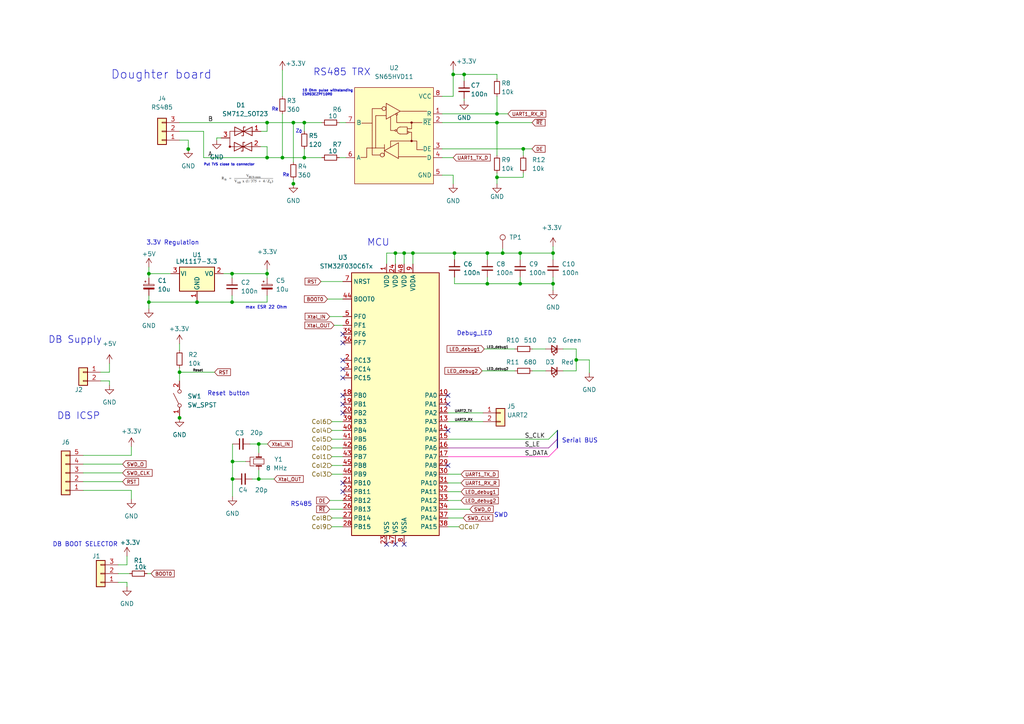
<source format=kicad_sch>
(kicad_sch (version 20230121) (generator eeschema)
  (paper "A4")
  (lib_symbols
    (symbol "Connector:TestPoint" (pin_numbers hide) (pin_names (offset 0.762) hide)
      (property "Reference" "TP" (at 0 6.858 0))
      (property "Value" "TestPoint" (at 0 5.08 0))
      (symbol "TestPoint_0_1"
        (circle (center 0 3.302) (radius 0.762))
      )
      (symbol "TestPoint_1_1"
        (pin passive line (at 0 0 90) (length 2.54) (name "1") (number "1"))
      )
    )
    (symbol "Connector_Generic:Conn_01x02" (pin_names (offset 1.016) hide)
      (property "Reference" "J" (at 0 2.54 0))
      (property "Value" "Conn_01x02" (at 0 -5.08 0))
      (symbol "Conn_01x02_1_1"
        (rectangle (start -1.27 -2.413) (end 0 -2.667) (stroke (width 0.1524)))
        (rectangle (start -1.27 0.127) (end 0 -0.127) (stroke (width 0.1524)))
        (rectangle (start -1.27 1.27) (end 1.27 -3.81) (stroke (width 0.254)) (fill (type background)))
        (pin passive line (at -5.08 0 0) (length 3.81) (name "Pin_1") (number "1"))
        (pin passive line (at -5.08 -2.54 0) (length 3.81) (name "Pin_2") (number "2"))
      )
    )
    (symbol "Connector_Generic:Conn_01x03" (pin_names (offset 1.016) hide)
      (property "Reference" "J" (at 0 5.08 0))
      (property "Value" "Conn_01x03" (at 0 -5.08 0))
      (symbol "Conn_01x03_1_1"
        (rectangle (start -1.27 -2.413) (end 0 -2.667) (stroke (width 0.1524)))
        (rectangle (start -1.27 0.127) (end 0 -0.127) (stroke (width 0.1524)))
        (rectangle (start -1.27 2.667) (end 0 2.413) (stroke (width 0.1524)))
        (rectangle (start -1.27 3.81) (end 1.27 -3.81) (stroke (width 0.254)) (fill (type background)))
        (pin passive line (at -5.08 2.54 0) (length 3.81) (name "Pin_1") (number "1"))
        (pin passive line (at -5.08 0 0) (length 3.81) (name "Pin_2") (number "2"))
        (pin passive line (at -5.08 -2.54 0) (length 3.81) (name "Pin_3") (number "3"))
      )
    )
    (symbol "Connector_Generic:Conn_01x05" (pin_names (offset 1.016) hide)
      (property "Reference" "J" (at 0 7.62 0))
      (property "Value" "Conn_01x05" (at 0 -7.62 0))
      (symbol "Conn_01x05_1_1"
        (rectangle (start -1.27 -4.953) (end 0 -5.207) (stroke (width 0.1524)))
        (rectangle (start -1.27 -2.413) (end 0 -2.667) (stroke (width 0.1524)))
        (rectangle (start -1.27 0.127) (end 0 -0.127) (stroke (width 0.1524)))
        (rectangle (start -1.27 2.667) (end 0 2.413) (stroke (width 0.1524)))
        (rectangle (start -1.27 5.207) (end 0 4.953) (stroke (width 0.1524)))
        (rectangle (start -1.27 6.35) (end 1.27 -6.35) (stroke (width 0.254)) (fill (type background)))
        (pin passive line (at -5.08 5.08 0) (length 3.81) (name "Pin_1") (number "1"))
        (pin passive line (at -5.08 2.54 0) (length 3.81) (name "Pin_2") (number "2"))
        (pin passive line (at -5.08 0 0) (length 3.81) (name "Pin_3") (number "3"))
        (pin passive line (at -5.08 -2.54 0) (length 3.81) (name "Pin_4") (number "4"))
        (pin passive line (at -5.08 -5.08 0) (length 3.81) (name "Pin_5") (number "5"))
      )
    )
    (symbol "Device:C_Polarized_Small" (pin_numbers hide) (pin_names (offset 0.254) hide)
      (property "Reference" "C" (at 0.254 1.778 0))
      (property "Value" "C_Polarized_Small" (at 0.254 -2.032 0))
      (symbol "C_Polarized_Small_0_1"
        (rectangle (start -1.524 -0.3048) (end 1.524 -0.6858) (fill (type outline)))
        (rectangle (start -1.524 0.6858) (end 1.524 0.3048))
        (polyline (pts (xy -1.27 1.524) (xy -0.762 1.524)))
        (polyline (pts (xy -1.016 1.27) (xy -1.016 1.778)))
      )
      (symbol "C_Polarized_Small_1_1"
        (pin passive line (at 0 2.54 270) (length 1.8542) (name "~") (number "1"))
        (pin passive line (at 0 -2.54 90) (length 1.8542) (name "~") (number "2"))
      )
    )
    (symbol "Device:C_Small" (pin_numbers hide) (pin_names (offset 0.254) hide)
      (property "Reference" "C" (at 0.254 1.778 0))
      (property "Value" "C_Small" (at 0.254 -2.032 0))
      (symbol "C_Small_0_1"
        (polyline (pts (xy -1.524 -0.508) (xy 1.524 -0.508)) (stroke (width 0.3302)))
        (polyline (pts (xy -1.524 0.508) (xy 1.524 0.508)) (stroke (width 0.3048)))
      )
      (symbol "C_Small_1_1"
        (pin passive line (at 0 2.54 270) (length 2.032) (name "~") (number "1"))
        (pin passive line (at 0 -2.54 90) (length 2.032) (name "~") (number "2"))
      )
    )
    (symbol "Device:Crystal_Small" (pin_numbers hide) (pin_names (offset 1.016) hide)
      (property "Reference" "Y301" (at 2.54 1.2701 90))
      (property "Value" "Crystal_Small" (at 6.35 5.08 90))
      (symbol "Crystal_Small_0_1"
        (rectangle (start -0.762 -1.524) (end 0.762 1.524))
        (polyline (pts (xy -1.27 -0.762) (xy -1.27 0.762)) (stroke (width 0.381)))
        (polyline (pts (xy 1.27 -0.762) (xy 1.27 0.762)) (stroke (width 0.381)))
        (polyline (pts (xy -1.27 -1.27) (xy -1.27 -2.54) (xy 1.27 -2.54) (xy 1.27 -1.27)))
      )
      (symbol "Crystal_Small_1_1"
        (pin passive line (at -2.54 0 0) (length 1.27) (name "1") (number "1"))
        (pin passive line (at 0 -3.81 90) (length 1.27) hide (name "GND") (number "2"))
        (pin passive line (at 2.54 0 180) (length 1.27) (name "3") (number "3"))
        (pin passive line (at 0 -3.81 90) (length 1.27) (name "GND") (number "4"))
      )
    )
    (symbol "Device:LED_Small" (pin_numbers hide) (pin_names (offset 0.254) hide)
      (property "Reference" "D" (at -1.27 3.175 0))
      (property "Value" "LED_Small" (at -4.445 -2.54 0))
      (symbol "LED_Small_0_1"
        (polyline (pts (xy -0.762 -1.016) (xy -0.762 1.016)) (stroke (width 0.254)))
        (polyline (pts (xy 1.016 0) (xy -0.762 0)))
        (polyline (pts (xy 0.762 -1.016) (xy -0.762 0) (xy 0.762 1.016) (xy 0.762 -1.016)) (stroke (width 0.254)))
        (polyline (pts (xy 0 0.762) (xy -0.508 1.27) (xy -0.254 1.27) (xy -0.508 1.27) (xy -0.508 1.016)))
        (polyline (pts (xy 0.508 1.27) (xy 0 1.778) (xy 0.254 1.778) (xy 0 1.778) (xy 0 1.524)))
      )
      (symbol "LED_Small_1_1"
        (pin passive line (at -2.54 0 0) (length 1.778) (name "K") (number "1"))
        (pin passive line (at 2.54 0 180) (length 1.778) (name "A") (number "2"))
      )
    )
    (symbol "Device:R_Small" (pin_numbers hide) (pin_names (offset 0.254) hide)
      (property "Reference" "R" (at 0.762 0.508 0))
      (property "Value" "R_Small" (at 0.762 -1.016 0))
      (symbol "R_Small_0_1"
        (rectangle (start -0.762 1.778) (end 0.762 -1.778) (stroke (width 0.2032)))
      )
      (symbol "R_Small_1_1"
        (pin passive line (at 0 2.54 270) (length 0.762) (name "~") (number "1"))
        (pin passive line (at 0 -2.54 90) (length 0.762) (name "~") (number "2"))
      )
    )
    (symbol "MCU_ST_STM32F0:STM32F030C6Tx"
      (property "Reference" "U" (at -12.7 39.37 0))
      (property "Value" "STM32F030C6Tx" (at 7.62 39.37 0))
      (symbol "STM32F030C6Tx_0_1"
        (rectangle (start -12.7 -38.1) (end 12.7 38.1) (stroke (width 0.254)) (fill (type background)))
      )
      (symbol "STM32F030C6Tx_1_1"
        (pin power_in line (at -2.54 40.64 270) (length 2.54) (name "VDD") (number "1"))
        (pin bidirectional line (at 15.24 2.54 180) (length 2.54) (name "PA0") (number "10"))
        (pin bidirectional line (at 15.24 0 180) (length 2.54) (name "PA1") (number "11"))
        (pin bidirectional line (at 15.24 -2.54 180) (length 2.54) (name "PA2") (number "12"))
        (pin bidirectional line (at 15.24 -5.08 180) (length 2.54) (name "PA3") (number "13"))
        (pin bidirectional line (at 15.24 -7.62 180) (length 2.54) (name "PA4") (number "14"))
        (pin bidirectional line (at 15.24 -10.16 180) (length 2.54) (name "PA5") (number "15"))
        (pin bidirectional line (at 15.24 -12.7 180) (length 2.54) (name "PA6") (number "16"))
        (pin bidirectional line (at 15.24 -15.24 180) (length 2.54) (name "PA7") (number "17"))
        (pin bidirectional line (at -15.24 2.54 0) (length 2.54) (name "PB0") (number "18"))
        (pin bidirectional line (at -15.24 0 0) (length 2.54) (name "PB1") (number "19"))
        (pin bidirectional line (at -15.24 12.7 0) (length 2.54) (name "PC13") (number "2"))
        (pin bidirectional line (at -15.24 -2.54 0) (length 2.54) (name "PB2") (number "20"))
        (pin bidirectional line (at -15.24 -22.86 0) (length 2.54) (name "PB10") (number "21"))
        (pin bidirectional line (at -15.24 -25.4 0) (length 2.54) (name "PB11") (number "22"))
        (pin power_in line (at -2.54 -40.64 90) (length 2.54) (name "VSS") (number "23"))
        (pin power_in line (at 0 40.64 270) (length 2.54) (name "VDD") (number "24"))
        (pin bidirectional line (at -15.24 -27.94 0) (length 2.54) (name "PB12") (number "25"))
        (pin bidirectional line (at -15.24 -30.48 0) (length 2.54) (name "PB13") (number "26"))
        (pin bidirectional line (at -15.24 -33.02 0) (length 2.54) (name "PB14") (number "27"))
        (pin bidirectional line (at -15.24 -35.56 0) (length 2.54) (name "PB15") (number "28"))
        (pin bidirectional line (at 15.24 -17.78 180) (length 2.54) (name "PA8") (number "29"))
        (pin bidirectional line (at -15.24 10.16 0) (length 2.54) (name "PC14") (number "3"))
        (pin bidirectional line (at 15.24 -20.32 180) (length 2.54) (name "PA9") (number "30"))
        (pin bidirectional line (at 15.24 -22.86 180) (length 2.54) (name "PA10") (number "31"))
        (pin bidirectional line (at 15.24 -25.4 180) (length 2.54) (name "PA11") (number "32"))
        (pin bidirectional line (at 15.24 -27.94 180) (length 2.54) (name "PA12") (number "33"))
        (pin bidirectional line (at 15.24 -30.48 180) (length 2.54) (name "PA13") (number "34"))
        (pin bidirectional line (at -15.24 20.32 0) (length 2.54) (name "PF6") (number "35"))
        (pin bidirectional line (at -15.24 17.78 0) (length 2.54) (name "PF7") (number "36"))
        (pin bidirectional line (at 15.24 -33.02 180) (length 2.54) (name "PA14") (number "37"))
        (pin bidirectional line (at 15.24 -35.56 180) (length 2.54) (name "PA15") (number "38"))
        (pin bidirectional line (at -15.24 -5.08 0) (length 2.54) (name "PB3") (number "39"))
        (pin bidirectional line (at -15.24 7.62 0) (length 2.54) (name "PC15") (number "4"))
        (pin bidirectional line (at -15.24 -7.62 0) (length 2.54) (name "PB4") (number "40"))
        (pin bidirectional line (at -15.24 -10.16 0) (length 2.54) (name "PB5") (number "41"))
        (pin bidirectional line (at -15.24 -12.7 0) (length 2.54) (name "PB6") (number "42"))
        (pin bidirectional line (at -15.24 -15.24 0) (length 2.54) (name "PB7") (number "43"))
        (pin input line (at -15.24 30.48 0) (length 2.54) (name "BOOT0") (number "44"))
        (pin bidirectional line (at -15.24 -17.78 0) (length 2.54) (name "PB8") (number "45"))
        (pin bidirectional line (at -15.24 -20.32 0) (length 2.54) (name "PB9") (number "46"))
        (pin power_in line (at 0 -40.64 90) (length 2.54) (name "VSS") (number "47"))
        (pin power_in line (at 2.54 40.64 270) (length 2.54) (name "VDD") (number "48"))
        (pin input line (at -15.24 25.4 0) (length 2.54) (name "PF0") (number "5"))
        (pin input line (at -15.24 22.86 0) (length 2.54) (name "PF1") (number "6"))
        (pin input line (at -15.24 35.56 0) (length 2.54) (name "NRST") (number "7"))
        (pin power_in line (at 2.54 -40.64 90) (length 2.54) (name "VSSA") (number "8"))
        (pin power_in line (at 5.08 40.64 270) (length 2.54) (name "VDDA") (number "9"))
      )
    )
    (symbol "Regulator_Linear:LM1117-3.3" (pin_names (offset 0.254))
      (property "Reference" "U302" (at 0 7.62 0))
      (property "Value" "LM1117-3.3" (at 0 5.08 0))
      (symbol "LM1117-3.3_0_1"
        (rectangle (start -5.08 -5.08) (end 5.08 1.905) (stroke (width 0.254)) (fill (type background)))
      )
      (symbol "LM1117-3.3_1_1"
        (pin power_in line (at 0 -7.62 90) (length 2.54) (name "GND") (number "1"))
        (pin power_out line (at 7.62 0 180) (length 2.54) (name "VO") (number "2"))
        (pin power_in line (at -7.62 0 0) (length 2.54) (name "VI") (number "3"))
        (pin power_out line (at 7.62 0 180) (length 2.54) hide (name "VO") (number "4"))
      )
    )
    (symbol "SM712_SOT23_1" (pin_names (offset 1.016) hide)
      (property "Reference" "D?" (at -0.2032 6.858 0))
      (property "Value" "SM712_SOT23_1" (at -0.2032 8.5344 0))
      (symbol "SM712_SOT23_1_0_1"
        (polyline (pts (xy 0 0) (xy 6.35 0)))
        (polyline (pts (xy 0 4.4704) (xy 0 0)))
        (polyline (pts (xy 6.477 4.445) (xy 0 4.4704)))
        (polyline (pts (xy 3.429 3.175) (xy 3.937 3.175) (xy 3.937 5.715) (xy 4.445 5.715)) (stroke (width 0.2032)))
        (polyline (pts (xy 4.318 1.27) (xy 3.81 1.27) (xy 3.81 -1.27) (xy 3.302 -1.27)) (stroke (width 0.2032)))
        (polyline (pts (xy 1.27 -1.27) (xy 1.27 1.27) (xy 6.35 -1.27) (xy 6.35 1.27) (xy 1.27 -1.27)) (stroke (width 0.2032)))
        (polyline (pts (xy 6.477 5.715) (xy 1.397 3.175) (xy 1.397 5.715) (xy 6.477 3.175) (xy 6.477 5.715)) (stroke (width 0.2032)))
        (circle (center 0 0) (radius 0.254) (fill (type outline)))
      )
      (symbol "SM712_SOT23_1_1_1"
        (pin passive line (at 9.017 4.445 180) (length 2.54) (name "A1") (number "1"))
        (pin passive line (at 8.89 0 180) (length 2.54) (name "A2") (number "2"))
        (pin input line (at -2.54 2.54 0) (length 2.54) (name "common") (number "3"))
      )
    )
    (symbol "SN65HVD11:SN65HVD11"
      (property "Reference" "U" (at 0 19.431 0))
      (property "Value" "SN65HVD11" (at 0 17.78 0))
      (symbol "SN65HVD11_0_1"
        (rectangle (start -10.16 15.24) (end 12.7 -12.7) (fill (type background)))
        (circle (center -2.159 -4.318) (radius 0.568))
        (circle (center -1.651 9.144) (radius 0.568))
        (polyline (pts (xy -5.08 2.794) (xy -5.08 4.9276)))
        (polyline (pts (xy -4.064 -2.286) (xy -1.524 -2.286)))
        (polyline (pts (xy -1.524 -1.27) (xy -1.524 -4.572)))
        (polyline (pts (xy -1.016 6.096) (xy 3.048 8.382)))
        (polyline (pts (xy -1.016 10.668) (xy -1.016 6.096)))
        (polyline (pts (xy -1.016 10.668) (xy 3.048 8.382)))
        (polyline (pts (xy 2.54 -5.334) (xy -1.524 -3.048)))
        (polyline (pts (xy 2.54 -5.334) (xy 2.54 -0.762)))
        (polyline (pts (xy 2.54 -0.762) (xy -1.524 -3.048)))
        (polyline (pts (xy 3.048 8.382) (xy 10.7724 8.3788)))
        (polyline (pts (xy 10.668 -4.826) (xy 2.54 -4.826)))
        (polyline (pts (xy -6.6548 -2.286) (xy -6.6548 -5.0292) (xy -8.382 -5.0292)))
        (polyline (pts (xy -5.08 2.794) (xy -5.08 -4.318) (xy -2.794 -4.318)))
        (polyline (pts (xy 1.524 2.794) (xy 0.254 2.794) (xy 0.254 6.731)))
        (polyline (pts (xy 5.08 3.302) (xy 6.35 3.302) (xy 6.35 5.08)))
        (polyline (pts (xy 5.588 2.286) (xy 6.35 2.286) (xy 6.35 -0.254)))
        (polyline (pts (xy 9.398 5.08) (xy 2.032 5.08) (xy 2.032 7.239)))
        (polyline (pts (xy -8.128 4.9276) (xy -5.08 4.9276) (xy -5.08 9.144) (xy -2.286 9.144)))
        (polyline (pts (xy -1.016 7.112) (xy -4.064 7.112) (xy -4.064 -2.286) (xy -6.604 -2.286)))
        (polyline (pts (xy 3.048 3.81) (xy 5.08 3.81) (xy 5.08 1.778) (xy 3.048 1.778)))
        (polyline (pts (xy 0.254 -2.032) (xy 0.254 -0.254) (xy 7.874 -0.254) (xy 7.874 -2.794) (xy 9.652 -2.794)))
        (circle (center 1.778 2.794) (radius 0.254))
        (circle (center 2.032 7.493) (radius 0.254))
        (arc (start 3.048 3.81) (mid 2.1095 2.794) (end 3.048 1.778))
        (circle (center 5.334 2.286) (radius 0.254))
        (circle (center 6.35 -0.254) (radius 0.254) (fill (type outline)))
        (circle (center 6.35 5.08) (radius 0.254) (fill (type outline)))
      )
      (symbol "SN65HVD11_1_1"
        (pin output line (at 15.24 7.62 180) (length 2.54) (name "R") (number "1"))
        (pin input line (at 15.24 5.08 180) (length 2.54) (name "~{RE}") (number "2"))
        (pin input line (at 15.24 -2.54 180) (length 2.54) (name "DE") (number "3"))
        (pin input line (at 15.24 -5.08 180) (length 2.54) (name "D") (number "4"))
        (pin passive line (at 15.24 -10.16 180) (length 2.54) (name "GND") (number "5"))
        (pin bidirectional line (at -12.7 -5.08 0) (length 2.54) (name "A") (number "6"))
        (pin bidirectional line (at -12.7 5.08 0) (length 2.54) (name "B") (number "7"))
        (pin power_in line (at 15.24 12.7 180) (length 2.54) (name "VCC") (number "8"))
      )
    )
    (symbol "Switch:SW_SPST" (pin_names (offset 0) hide)
      (property "Reference" "SW" (at 0 3.175 0))
      (property "Value" "SW_SPST" (at 0 -2.54 0))
      (symbol "SW_SPST_0_0"
        (circle (center -2.032 0) (radius 0.508))
        (polyline (pts (xy -1.524 0.254) (xy 1.524 1.778)))
        (circle (center 2.032 0) (radius 0.508))
      )
      (symbol "SW_SPST_1_1"
        (pin passive line (at -5.08 0 0) (length 2.54) (name "A") (number "1"))
        (pin passive line (at 5.08 0 180) (length 2.54) (name "B") (number "2"))
      )
    )
    (symbol "power:+3.3V" (power) (pin_names (offset 0))
      (property "Value" "+3.3V" (at 0 3.556 0))
      (symbol "+3.3V_0_1"
        (polyline (pts (xy -0.762 1.27) (xy 0 2.54)))
        (polyline (pts (xy 0 0) (xy 0 2.54)))
        (polyline (pts (xy 0 2.54) (xy 0.762 1.27)))
      )
      (symbol "+3.3V_1_1"
        (pin power_in line (at 0 0 90) (length 0) hide (name "+3.3V") (number "1"))
      )
    )
    (symbol "power:+5V" (power) (pin_names (offset 0))
      (property "Value" "+5V" (at 0 3.556 0))
      (symbol "+5V_0_1"
        (polyline (pts (xy -0.762 1.27) (xy 0 2.54)))
        (polyline (pts (xy 0 0) (xy 0 2.54)))
        (polyline (pts (xy 0 2.54) (xy 0.762 1.27)))
      )
      (symbol "+5V_1_1"
        (pin power_in line (at 0 0 90) (length 0) hide (name "+5V") (number "1"))
      )
    )
    (symbol "power:GND" (power) (pin_names (offset 0))
      (property "Value" "GND" (at 0 -3.81 0))
      (symbol "GND_0_1"
        (polyline (pts (xy 0 0) (xy 0 -1.27) (xy 1.27 -1.27) (xy 0 -2.54) (xy -1.27 -1.27) (xy 0 -1.27)))
      )
      (symbol "GND_1_1"
        (pin power_in line (at 0 0 270) (length 0) hide (name "GND") (number "1"))
      )
    )
  )
  (junction (at 114.681 73.406))
  (junction (at 119.761 73.406))
  (junction (at 77.47 45.72))
  (junction (at 144.145 51.435))
  (junction (at 167.132 104.394))
  (junction (at 150.876 73.406))
  (junction (at 52.07 121.198))
  (junction (at 145.796 73.406))
  (junction (at 131.826 73.406))
  (junction (at 52.07 107.95))
  (junction (at 75.057 128.778))
  (junction (at 43.18 79.375))
  (junction (at 67.31 79.375))
  (junction (at 117.221 73.406))
  (junction (at 151.765 43.18))
  (junction (at 85.09 35.56))
  (junction (at 141.351 73.406))
  (junction (at 75.057 138.938))
  (junction (at 134.62 21.59))
  (junction (at 67.437 133.858))
  (junction (at 77.47 79.375))
  (junction (at 85.09 53.2932))
  (junction (at 141.351 82.296))
  (junction (at 88.265 45.72))
  (junction (at 88.265 35.56))
  (junction (at 160.401 82.296))
  (junction (at 67.437 138.938))
  (junction (at 54.61 43.2381))
  (junction (at 81.915 45.72))
  (junction (at 77.47 35.56))
  (junction (at 144.145 35.56))
  (junction (at 131.445 21.59))
  (junction (at 144.145 33.02))
  (junction (at 57.15 87.63))
  (junction (at 150.876 82.296))
  (junction (at 43.18 87.63))
  (junction (at 160.401 73.406))
  (junction (at 67.31 87.63))
  (no_connect (at 129.921 124.841))
  (no_connect (at 99.441 117.221))
  (no_connect (at 99.441 107.061))
  (no_connect (at 99.441 96.901))
  (no_connect (at 129.921 135.001))
  (no_connect (at 117.221 157.861))
  (no_connect (at 129.921 117.221))
  (no_connect (at 99.441 140.081))
  (no_connect (at 112.141 157.861))
  (no_connect (at 99.441 104.521))
  (no_connect (at 99.441 142.621))
  (no_connect (at 99.441 99.441))
  (no_connect (at 129.921 114.681))
  (no_connect (at 114.681 157.861))
  (no_connect (at 99.441 109.601))
  (no_connect (at 99.441 114.681))
  (no_connect (at 99.441 119.761))
  (bus_entry (at 161.671 127.381) (size -2.54 2.54) (stroke (width 0) (color 132 0 132 1)))
  (bus_entry (at 159.1375 127.381) (size 2.54 -2.54))
  (bus_entry (at 161.671 129.921) (size -2.54 2.54) (stroke (width 0) (color 255 0 176 1)))
  (wire (pts (xy 43.18 79.375) (xy 49.53 79.375)))
  (wire (pts (xy 167.132 107.569) (xy 163.322 107.569)))
  (wire (pts (xy 144.145 33.02) (xy 128.27 33.02)))
  (wire (pts (xy 85.09 53.34) (xy 85.09 53.2932)))
  (wire (pts (xy 151.765 43.18) (xy 151.765 45.085)))
  (wire (pts (xy 150.876 80.391) (xy 150.876 82.296)))
  (wire (pts (xy 129.921 122.301) (xy 140.081 122.301)))
  (wire (pts (xy 52.07 107.95) (xy 62.23 107.95)))
  (wire (pts (xy 145.796 72.136) (xy 145.796 73.406)))
  (wire (pts (xy 95.631 91.821) (xy 99.441 91.821)))
  (wire (pts (xy 129.921 119.761) (xy 140.081 119.761)))
  (wire (pts (xy 129.921 132.461) (xy 159.131 132.461)) (stroke (width 0) (color 255 0 176 1)))
  (wire (pts (xy 85.09 35.56) (xy 85.09 46.99)))
  (wire (pts (xy 112.141 73.406) (xy 114.681 73.406)))
  (wire (pts (xy 117.221 73.406) (xy 119.761 73.406)))
  (wire (pts (xy 43.18 77.47) (xy 43.18 79.375)))
  (wire (pts (xy 131.445 21.59) (xy 131.445 27.94)))
  (wire (pts (xy 77.47 80.645) (xy 77.47 79.375)))
  (wire (pts (xy 131.826 82.296) (xy 141.351 82.296)))
  (wire (pts (xy 67.31 79.375) (xy 67.31 80.645)))
  (wire (pts (xy 144.145 51.435) (xy 151.765 51.435)))
  (wire (pts (xy 31.75 105.41) (xy 31.75 107.95)))
  (wire (pts (xy 170.942 108.111) (xy 170.9148 108.111)))
  (wire (pts (xy 144.145 21.59) (xy 144.145 22.86)))
  (wire (pts (xy 67.437 128.778) (xy 67.437 133.858)))
  (wire (pts (xy 77.47 42.545) (xy 77.47 45.72)))
  (wire (pts (xy 54.61 43.2381) (xy 54.61 40.64)))
  (wire (pts (xy 96.266 152.781) (xy 99.441 152.781)))
  (wire (pts (xy 141.351 80.391) (xy 141.351 82.296)))
  (wire (pts (xy 128.27 50.8) (xy 131.445 50.8)))
  (wire (pts (xy 77.47 45.72) (xy 81.915 45.72)))
  (wire (pts (xy 36.83 170.18) (xy 36.83 168.91)))
  (wire (pts (xy 144.145 35.56) (xy 144.145 45.085)))
  (wire (pts (xy 52.07 38.1) (xy 59.055 38.1)))
  (wire (pts (xy 144.145 51.435) (xy 144.145 53.34)))
  (wire (pts (xy 43.815 166.37) (xy 42.672 166.37)))
  (wire (pts (xy 81.915 33.02) (xy 81.915 45.72)))
  (wire (pts (xy 52.07 99.695) (xy 52.07 101.6)))
  (wire (pts (xy 129.921 129.921) (xy 159.131 129.921)) (stroke (width 0) (color 132 0 132 1)))
  (wire (pts (xy 145.796 73.406) (xy 150.876 73.406)))
  (wire (pts (xy 167.132 104.394) (xy 170.942 104.394)))
  (wire (pts (xy 24.13 139.7) (xy 35.56 139.7)))
  (wire (pts (xy 67.31 87.63) (xy 77.47 87.63)))
  (wire (pts (xy 52.07 35.56) (xy 77.47 35.56)))
  (wire (pts (xy 75.057 128.778) (xy 77.597 128.778)))
  (wire (pts (xy 85.09 53.2932) (xy 85.09 52.07)))
  (wire (pts (xy 144.145 35.56) (xy 154.305 35.56)))
  (wire (pts (xy 98.425 35.56) (xy 100.33 35.56)))
  (wire (pts (xy 141.351 73.406) (xy 141.351 75.311)))
  (wire (pts (xy 114.681 76.581) (xy 114.681 73.406)))
  (wire (pts (xy 167.132 101.219) (xy 167.132 104.394)))
  (wire (pts (xy 38.1 142.24) (xy 38.1 144.78)))
  (wire (pts (xy 72.517 128.778) (xy 75.057 128.778)))
  (bus (pts (xy 161.6775 124.841) (xy 161.6775 127.381)))
  (wire (pts (xy 144.145 33.02) (xy 147.32 33.02)))
  (wire (pts (xy 29.21 110.49) (xy 31.75 110.49)))
  (wire (pts (xy 59.055 38.1) (xy 59.055 45.72)))
  (wire (pts (xy 160.401 82.296) (xy 160.401 84.201)))
  (wire (pts (xy 131.445 50.8) (xy 131.445 53.34)))
  (wire (pts (xy 129.921 127.381) (xy 159.1375 127.381)))
  (wire (pts (xy 160.401 73.406) (xy 160.401 75.311)))
  (wire (pts (xy 134.62 21.59) (xy 144.145 21.59)))
  (wire (pts (xy 96.266 132.461) (xy 99.441 132.461)))
  (wire (pts (xy 96.901 94.361) (xy 99.441 94.361)))
  (wire (pts (xy 98.425 45.72) (xy 100.33 45.72)))
  (wire (pts (xy 133.731 145.161) (xy 129.921 145.161)))
  (wire (pts (xy 96.266 135.001) (xy 99.441 135.001)))
  (wire (pts (xy 144.145 27.94) (xy 144.145 33.02)))
  (wire (pts (xy 38.1 129.54) (xy 38.1 132.08)))
  (wire (pts (xy 114.681 73.406) (xy 117.221 73.406)))
  (wire (pts (xy 170.942 104.394) (xy 170.942 108.111)))
  (wire (pts (xy 54.61 40.64) (xy 52.07 40.64)))
  (wire (pts (xy 24.13 142.24) (xy 38.1 142.24)))
  (wire (pts (xy 131.445 20.32) (xy 131.445 21.59)))
  (wire (pts (xy 133.731 142.621) (xy 129.921 142.621)))
  (wire (pts (xy 93.091 81.661) (xy 99.441 81.661)))
  (wire (pts (xy 128.27 43.18) (xy 151.765 43.18)))
  (wire (pts (xy 57.15 86.995) (xy 57.15 87.63)))
  (wire (pts (xy 67.31 79.375) (xy 77.47 79.375)))
  (wire (pts (xy 96.266 129.921) (xy 99.441 129.921)))
  (wire (pts (xy 67.437 133.858) (xy 67.437 138.938)))
  (wire (pts (xy 96.266 127.381) (xy 99.441 127.381)))
  (wire (pts (xy 112.141 76.581) (xy 112.141 73.406)))
  (wire (pts (xy 75.057 128.778) (xy 75.057 131.318)))
  (wire (pts (xy 75.692 38.1) (xy 77.47 38.1)))
  (wire (pts (xy 141.351 73.406) (xy 131.826 73.406)))
  (wire (pts (xy 96.266 122.301) (xy 99.441 122.301)))
  (wire (pts (xy 77.47 35.56) (xy 85.09 35.56)))
  (wire (pts (xy 88.265 35.56) (xy 93.345 35.56)))
  (wire (pts (xy 31.75 111.76) (xy 31.75 110.49)))
  (wire (pts (xy 151.765 50.165) (xy 151.765 51.435)))
  (wire (pts (xy 62.865 40.005) (xy 62.865 40.64)))
  (wire (pts (xy 133.096 152.781) (xy 129.921 152.781)))
  (wire (pts (xy 144.145 50.165) (xy 144.145 51.435)))
  (wire (pts (xy 34.29 168.91) (xy 36.83 168.91)))
  (wire (pts (xy 140.462 101.219) (xy 149.352 101.219)))
  (wire (pts (xy 81.915 20.32) (xy 81.915 27.94)))
  (wire (pts (xy 36.83 163.83) (xy 34.29 163.83)))
  (wire (pts (xy 131.826 80.391) (xy 131.826 82.296)))
  (wire (pts (xy 96.266 137.541) (xy 99.441 137.541)))
  (wire (pts (xy 43.18 87.63) (xy 43.18 85.725)))
  (wire (pts (xy 73.152 138.938) (xy 75.057 138.938)))
  (wire (pts (xy 77.47 85.725) (xy 77.47 87.63)))
  (wire (pts (xy 150.876 82.296) (xy 160.401 82.296)))
  (wire (pts (xy 133.731 137.541) (xy 129.921 137.541)))
  (wire (pts (xy 133.731 140.081) (xy 129.921 140.081)))
  (wire (pts (xy 43.18 80.645) (xy 43.18 79.375)))
  (wire (pts (xy 43.18 87.63) (xy 43.18 89.535)))
  (wire (pts (xy 85.09 35.56) (xy 88.265 35.56)))
  (wire (pts (xy 134.62 29.21) (xy 134.62 28.575)))
  (wire (pts (xy 77.47 38.1) (xy 77.47 35.56)))
  (wire (pts (xy 67.31 85.725) (xy 67.31 87.63)))
  (wire (pts (xy 117.221 73.406) (xy 117.221 76.581)))
  (wire (pts (xy 24.13 132.08) (xy 38.1 132.08)))
  (wire (pts (xy 129.921 150.241) (xy 134.366 150.241)))
  (wire (pts (xy 154.432 101.219) (xy 158.242 101.219)))
  (wire (pts (xy 129.921 147.701) (xy 136.271 147.701)))
  (wire (pts (xy 96.266 124.841) (xy 99.441 124.841)))
  (wire (pts (xy 64.135 40.005) (xy 62.865 40.005)))
  (wire (pts (xy 29.21 107.95) (xy 31.75 107.95)))
  (wire (pts (xy 52.07 107.95) (xy 52.07 110.49)))
  (wire (pts (xy 54.61 43.815) (xy 54.61 43.2381)))
  (wire (pts (xy 96.266 150.241) (xy 99.441 150.241)))
  (wire (pts (xy 94.996 86.741) (xy 99.441 86.741)))
  (wire (pts (xy 131.826 73.406) (xy 131.826 75.311)))
  (wire (pts (xy 139.827 107.569) (xy 149.352 107.569)))
  (wire (pts (xy 131.445 45.72) (xy 128.27 45.72)))
  (wire (pts (xy 145.796 73.406) (xy 141.351 73.406)))
  (wire (pts (xy 59.055 45.72) (xy 77.47 45.72)))
  (wire (pts (xy 88.265 35.56) (xy 88.265 38.1)))
  (wire (pts (xy 52.07 106.68) (xy 52.07 107.95)))
  (wire (pts (xy 75.565 42.545) (xy 77.47 42.545)))
  (wire (pts (xy 141.351 82.296) (xy 150.876 82.296)))
  (wire (pts (xy 24.13 137.16) (xy 35.56 137.16)))
  (wire (pts (xy 67.437 138.938) (xy 67.437 144.018)))
  (wire (pts (xy 128.27 35.56) (xy 144.145 35.56)))
  (wire (pts (xy 77.47 78.105) (xy 77.47 79.375)))
  (wire (pts (xy 158.242 107.569) (xy 154.432 107.569)))
  (wire (pts (xy 81.915 45.72) (xy 88.265 45.72)))
  (wire (pts (xy 131.445 27.94) (xy 128.27 27.94)))
  (wire (pts (xy 67.437 138.938) (xy 68.072 138.938)))
  (wire (pts (xy 88.265 45.72) (xy 88.265 43.18)))
  (wire (pts (xy 95.631 147.701) (xy 99.441 147.701)))
  (wire (pts (xy 57.15 87.63) (xy 43.18 87.63)))
  (wire (pts (xy 167.132 104.394) (xy 167.132 107.569)))
  (wire (pts (xy 37.592 166.37) (xy 34.29 166.37)))
  (wire (pts (xy 36.83 161.29) (xy 36.83 163.83)))
  (wire (pts (xy 24.13 134.62) (xy 35.56 134.62)))
  (wire (pts (xy 119.761 73.406) (xy 131.826 73.406)))
  (wire (pts (xy 57.15 87.63) (xy 67.31 87.63)))
  (wire (pts (xy 154.305 43.18) (xy 151.765 43.18)))
  (wire (pts (xy 75.057 138.938) (xy 79.502 138.938)))
  (bus (pts (xy 161.671 127.381) (xy 161.671 129.921)))
  (wire (pts (xy 95.631 145.161) (xy 99.441 145.161)))
  (wire (pts (xy 88.265 45.72) (xy 93.345 45.72)))
  (wire (pts (xy 150.876 73.406) (xy 160.401 73.406)))
  (wire (pts (xy 163.322 101.219) (xy 167.132 101.219)))
  (wire (pts (xy 52.07 121.285) (xy 52.07 121.198)))
  (wire (pts (xy 75.057 136.398) (xy 75.057 138.938)))
  (bus (pts (xy 161.6775 127.381) (xy 161.671 127.381)))
  (wire (pts (xy 52.07 121.198) (xy 52.07 120.65)))
  (wire (pts (xy 160.401 71.501) (xy 160.401 73.406)))
  (wire (pts (xy 150.876 75.311) (xy 150.876 73.406)))
  (wire (pts (xy 134.62 21.59) (xy 134.62 23.495)))
  (wire (pts (xy 131.445 21.59) (xy 134.62 21.59)))
  (wire (pts (xy 119.761 73.406) (xy 119.761 76.581)))
  (wire (pts (xy 160.401 82.296) (xy 160.401 80.391)))
  (wire (pts (xy 64.77 79.375) (xy 67.31 79.375)))
  (wire (pts (xy 67.437 133.858) (xy 71.247 133.858)))
  (image (at 71.755 51.943) (scale 0.789362))
  (text "DB BOOT SELECTOR\n" (at 15.24 158.75 0) (effects (font (size 1.27 1.27)) (justify left bottom)))
  (text "R_{R}" (at 78.74 32.385 0) (effects (font (size 1 1)) (justify left bottom)))
  (text "DB ICSP" (at 16.51 121.92 0) (effects (font (size 2 2)) (justify left bottom)))
  (text "3.3V Regulation" (at 42.418 71.247 0) (effects (font (size 1.27 1.27)) (justify left bottom)))
  (text "Z_{0}" (at 85.725 38.735 0) (effects (font (size 1 1)) (justify left bottom)))
  (text "10 Ohm pulse withstanding\nESR03EZPF10R0" (at 87.63 27.94 0) (effects (font (size 0.7 0.7)) (justify left bottom)))
  (text "MCU\n" (at 106.426 71.628 0) (effects (font (size 2 2)) (justify left bottom)))
  (text "R_{R}" (at 81.915 51.435 0) (effects (font (size 1 1)) (justify left bottom)))
  (text "RS485" (at 90.551 147.066 0) (effects (font (size 1.27 1.27)) (justify right bottom)))
  (text "DB Supply" (at 13.97 99.822 0) (effects (font (size 2 2)) (justify left bottom)))
  (text "SWD" (at 143.256 150.241 0) (effects (font (size 1.27 1.27)) (justify left bottom)))
  (text "max ESR 22 Ohm\n" (at 71.12 89.789 0) (effects (font (size 0.9 0.9)) (justify left bottom)))
  (text "Doughter board" (at 32.131 23.241 0) (effects (font (size 2.5 2.5)) (justify left bottom)))
  (text "Debug_LED" (at 142.875 97.536 0) (effects (font (size 1.27 1.27)) (justify right bottom)))
  (text "RS485 TRX" (at 90.805 22.225 0) (effects (font (size 2 2)) (justify left bottom)))
  (text "Reset button\n" (at 60.1068 114.9708 0) (effects (font (size 1.27 1.27)) (justify left bottom)))
  (text "Put TVS close to connector" (at 59.055 48.26 0) (effects (font (size 0.7 0.7)) (justify left bottom)))
  (text "Serial BUS" (at 162.941 128.651 0) (effects (font (size 1.27 1.27)) (justify left bottom)))
  (label "UART2_RX" (at 131.826 122.301 0) (effects (font (size 0.7 0.7))))
  (label "B" (at 60.325 35.56 0))
  (label "S_LE" (at 152.146 129.921 0))
  (label "S_CLK" (at 152.1589 127.381 0))
  (label "LED_debug2" (at 141.097 107.569 0) (effects (font (size 0.7 0.7))))
  (label "A" (at 60.325 45.72 0))
  (label "UART2_TX" (at 131.826 119.761 0) (effects (font (size 0.7 0.7))))
  (label "LED_debug1" (at 141.097 101.219 0) (effects (font (size 0.7 0.7))))
  (label "Reset" (at 55.88 107.95 0) (effects (font (size 0.7 0.7))))
  (label "S_DATA" (at 152.146 132.461 0))
  (global_label "SWD_CLK" (shape input) (at 134.366 150.241 0) (effects (font (size 1 1))) (property "Intersheetrefs" "${INTERSHEET_REFS}" (effects hide)))
  (global_label "Xtal_IN" (shape input) (at 95.631 91.821 180) (effects (font (size 1 1))) (property "Intersheetrefs" "${INTERSHEET_REFS}" (effects hide)))
  (global_label "Xtal_OUT" (shape input) (at 79.502 138.938 0) (effects (font (size 1 1))) (property "Intersheetrefs" "${INTERSHEET_REFS}" (effects hide)))
  (global_label "LED_debug1" (shape input) (at 140.462 101.219 180) (effects (font (size 1 1))) (property "Intersheetrefs" "${INTERSHEET_REFS}" (effects hide)))
  (global_label "LED_debug1" (shape input) (at 133.731 142.621 0) (effects (font (size 1 1))) (property "Intersheetrefs" "${INTERSHEET_REFS}" (effects hide)))
  (global_label "SWD_CLK" (shape input) (at 35.56 137.16 0) (effects (font (size 1 1))) (property "Intersheetrefs" "${INTERSHEET_REFS}" (effects hide)))
  (global_label "LED_debug2" (shape input) (at 133.731 145.161 0) (effects (font (size 1 1))) (property "Intersheetrefs" "${INTERSHEET_REFS}" (effects hide)))
  (global_label "~{RE}" (shape input) (at 95.631 147.701 180) (effects (font (size 1 1))) (property "Intersheetrefs" "${INTERSHEET_REFS}" (effects hide)))
  (global_label "DE" (shape input) (at 154.305 43.18 0) (effects (font (size 1 1))) (property "Intersheetrefs" "${INTERSHEET_REFS}" (effects hide)))
  (global_label "RST" (shape input) (at 35.56 139.7 0) (effects (font (size 1 1))) (property "Intersheetrefs" "${INTERSHEET_REFS}" (effects hide)))
  (global_label "UART1_TX_D" (shape input) (at 133.731 137.541 0) (effects (font (size 1 1))) (property "Intersheetrefs" "${INTERSHEET_REFS}" (effects hide)))
  (global_label "SWD_O" (shape input) (at 35.56 134.62 0) (effects (font (size 1 1))) (property "Intersheetrefs" "${INTERSHEET_REFS}" (effects hide)))
  (global_label "Xtal_IN" (shape input) (at 77.597 128.778 0) (effects (font (size 1 1))) (property "Intersheetrefs" "${INTERSHEET_REFS}" (effects hide)))
  (global_label "DE" (shape input) (at 95.631 145.161 180) (effects (font (size 1 1))) (property "Intersheetrefs" "${INTERSHEET_REFS}" (effects hide)))
  (global_label "Xtal_OUT" (shape input) (at 96.901 94.361 180) (effects (font (size 1 1))) (property "Intersheetrefs" "${INTERSHEET_REFS}" (effects hide)))
  (global_label "UART1_RX_R" (shape input) (at 133.731 140.081 0) (effects (font (size 1 1))) (property "Intersheetrefs" "${INTERSHEET_REFS}" (effects hide)))
  (global_label "BOOT0" (shape input) (at 43.815 166.37 0) (effects (font (size 1 1))) (property "Intersheetrefs" "${INTERSHEET_REFS}" (effects hide)))
  (global_label "BOOT0" (shape input) (at 94.996 86.741 180) (effects (font (size 1 1))) (property "Intersheetrefs" "${INTERSHEET_REFS}" (effects hide)))
  (global_label "SWD_O" (shape input) (at 136.271 147.701 0) (effects (font (size 1 1))) (property "Intersheetrefs" "${INTERSHEET_REFS}" (effects hide)))
  (global_label "RST" (shape input) (at 93.091 81.661 180) (effects (font (size 1 1))) (property "Intersheetrefs" "${INTERSHEET_REFS}" (effects hide)))
  (global_label "RST" (shape input) (at 62.23 107.95 0) (effects (font (size 1 1))) (property "Intersheetrefs" "${INTERSHEET_REFS}" (effects hide)))
  (global_label "LED_debug2" (shape input) (at 139.827 107.569 180) (effects (font (size 1 1))) (property "Intersheetrefs" "${INTERSHEET_REFS}" (effects hide)))
  (global_label "UART1_RX_R" (shape input) (at 147.32 33.02 0) (effects (font (size 1 1))) (property "Intersheetrefs" "${INTERSHEET_REFS}" (effects hide)))
  (global_label "~{RE}" (shape input) (at 154.305 35.56 0) (effects (font (size 1 1))) (property "Intersheetrefs" "${INTERSHEET_REFS}" (effects hide)))
  (global_label "UART1_TX_D" (shape input) (at 131.445 45.72 0) (effects (font (size 1 1))) (property "Intersheetrefs" "${INTERSHEET_REFS}" (effects hide)))
  (hierarchical_label "Col3" (shape input) (at 96.266 137.541 180))
  (hierarchical_label "Col8" (shape input) (at 96.266 150.241 180))
  (hierarchical_label "Col2" (shape input) (at 96.266 135.001 180))
  (hierarchical_label "Col1" (shape input) (at 96.266 132.461 180))
  (hierarchical_label "Col9" (shape input) (at 96.266 152.781 180))
  (hierarchical_label "Col6" (shape input) (at 96.266 122.301 180))
  (hierarchical_label "Col4" (shape input) (at 96.266 124.841 180))
  (hierarchical_label "Col7" (shape input) (at 133.096 152.781 0))
  (hierarchical_label "Col0" (shape input) (at 96.266 129.921 180))
  (hierarchical_label "Col5" (shape input) (at 96.266 127.381 180))
  (symbol (lib_id "Device:C_Polarized_Small") (at 77.47 83.185 0) (unit 1)
    (property "Reference" "C5" (at 80.01 81.3688 0) (effects (justify left)))
    (property "Value" "10u" (at 80.01 83.9088 0) (effects (justify left)))
    (property "Footprint" "Capacitor_Tantalum_SMD:CP_EIA-6032-28_Kemet-C_Pad2.25x2.35mm_HandSolder" (effects hide))
  )
  (symbol (lib_id "Regulator_Linear:LM1117-3.3") (at 57.15 79.375 0) (unit 1)
    (property "Reference" "U1" (at 57.15 73.914 0))
    (property "Value" "LM1117-3.3" (at 57.023 75.819 0))
    (property "Footprint" "Package_TO_SOT_SMD:SOT-223" (effects hide))
    (property "Datasheet" "http://www.ti.com/lit/ds/symlink/lm1117.pdf" (effects hide))
  )
  (symbol (lib_id "power:GND") (at 52.07 121.198 0) (unit 1)
    (property "Reference" "#PWR013" (effects hide))
    (property "Value" "GND" (at 52.07 126.117 0))
  )
  (symbol (lib_id "Device:R_Small") (at 85.09 49.53 0) (unit 1)
    (property "Reference" "R4" (at 86.36 48.26 0) (effects (justify left)))
    (property "Value" "360" (at 86.36 50.8 0) (effects (justify left)))
    (property "Footprint" "Resistor_SMD:R_0603_1608Metric_Pad0.98x0.95mm_HandSolder" (effects hide))
  )
  (symbol (lib_id "Device:LED_Small") (at 160.782 101.219 180) (unit 1)
    (property "Reference" "D2" (at 160.147 98.679 0))
    (property "Value" "Green" (at 165.862 98.679 0))
    (property "Footprint" "LED_SMD:LED_0805_2012Metric_Pad1.15x1.40mm_HandSolder" (effects hide))
  )
  (symbol (lib_id "power:GND") (at 85.09 53.2932 0) (unit 1)
    (property "Reference" "#PWR016" (effects hide))
    (property "Value" "GND" (at 85.09 58.2122 0))
  )
  (symbol (lib_id "Connector_Generic:Conn_01x03") (at 46.99 38.1 180) (unit 1)
    (property "Reference" "J4" (at 46.99 28.575 0))
    (property "Value" "RS485" (at 46.99 31.115 0))
    (property "Footprint" "Connector_PinSocket_2.54mm:PinSocket_1x03_P2.54mm_Vertical_SMD_Pin1Right" (effects hide))
  )
  (symbol (lib_id "Connector:TestPoint") (at 145.796 72.136 0) (unit 1)
    (property "Reference" "TP1" (at 147.701 68.8339 0) (effects (justify left)))
    (property "Value" "TestPoint" (effects hide))
    (property "Footprint" "TestPoint:TestPoint_Pad_2.0x2.0mm" (effects hide))
  )
  (symbol (lib_id "power:+5V") (at 31.75 105.41 0) (unit 1)
    (property "Reference" "#PWR05" (effects hide))
    (property "Value" "+5V" (at 31.75 99.695 0))
  )
  (symbol (lib_id "power:+3.3V") (at 131.445 20.32 0) (unit 1)
    (property "Reference" "#PWR017" (effects hide))
    (property "Value" "+3.3V" (at 135.255 17.78 0))
  )
  (symbol (lib_id "Device:R_Small") (at 88.265 40.64 0) (unit 1)
    (property "Reference" "R5" (at 89.535 39.37 0) (effects (justify left)))
    (property "Value" "120" (at 89.535 41.91 0) (effects (justify left)))
    (property "Footprint" "Resistor_SMD:R_0603_1608Metric_Pad0.98x0.95mm_HandSolder" (effects hide))
  )
  (symbol (lib_id "Device:LED_Small") (at 160.782 107.569 180) (unit 1)
    (property "Reference" "D3" (at 159.512 105.029 0))
    (property "Value" "Red" (at 164.592 105.029 0))
    (property "Footprint" "LED_SMD:LED_0805_2012Metric_Pad1.15x1.40mm_HandSolder" (effects hide))
  )
  (symbol (lib_id "Device:C_Small") (at 160.401 77.851 0) (unit 1)
    (property "Reference" "C10" (at 162.941 76.5872 0) (effects (justify left)))
    (property "Value" "100n" (at 162.941 79.1272 0) (effects (justify left)))
    (property "Footprint" "Capacitor_SMD:C_0603_1608Metric_Pad1.08x0.95mm_HandSolder" (effects hide))
  )
  (symbol (lib_id "Device:C_Small") (at 134.62 26.035 0) (unit 1)
    (property "Reference" "C7" (at 136.525 24.765 0) (effects (justify left)))
    (property "Value" "100n" (at 136.525 27.305 0) (effects (justify left)))
    (property "Footprint" "Capacitor_SMD:C_0603_1608Metric_Pad1.08x0.95mm_HandSolder" (effects hide))
  )
  (symbol (lib_id "power:GND") (at 160.401 84.201 0) (unit 1)
    (property "Reference" "#PWR022" (effects hide))
    (property "Value" "GND" (at 160.401 89.12 0))
  )
  (symbol (lib_id "power:GND") (at 54.61 43.2381 0) (unit 1)
    (property "Reference" "#PWR09" (effects hide))
    (property "Value" "GND" (at 54.61 48.1571 0))
  )
  (symbol (lib_id "Connector_Generic:Conn_01x03") (at 29.21 166.37 180) (unit 1)
    (property "Reference" "J1" (at 27.94 161.29 0))
    (property "Value" "BOOT_TO/ SELECTOR" (effects hide))
    (property "Footprint" "Connector_PinHeader_2.54mm:PinHeader_1x03_P2.54mm_Vertical_SMD_Pin1Left" (effects hide))
  )
  (symbol (lib_id "Device:C_Polarized_Small") (at 43.18 83.185 0) (unit 1)
    (property "Reference" "C1" (at 45.72 81.3688 0) (effects (justify left)))
    (property "Value" "10u" (at 45.72 83.9088 0) (effects (justify left)))
    (property "Footprint" "Capacitor_Tantalum_SMD:CP_EIA-6032-28_Kemet-C_Pad2.25x2.35mm_HandSolder" (effects hide))
  )
  (symbol (lib_id "Device:R_Small") (at 81.915 30.48 0) (unit 1)
    (property "Reference" "R3" (at 83.185 29.21 0) (effects (justify left)))
    (property "Value" "360" (at 83.185 31.75 0) (effects (justify left)))
    (property "Footprint" "Resistor_SMD:R_0603_1608Metric_Pad0.98x0.95mm_HandSolder" (effects hide))
  )
  (symbol (lib_id "power:+5V") (at 43.18 77.47 0) (unit 1)
    (property "Reference" "#PWR01" (effects hide))
    (property "Value" "+5V" (at 43.18 73.66 0))
  )
  (symbol (lib_id "Device:R_Small") (at 151.892 107.569 90) (unit 1)
    (property "Reference" "R11" (at 148.717 105.029 90))
    (property "Value" "680" (at 153.797 105.029 90))
    (property "Footprint" "Resistor_SMD:R_0603_1608Metric_Pad0.98x0.95mm_HandSolder" (effects hide))
  )
  (symbol (lib_id "power:+3.3V") (at 77.47 78.105 0) (unit 1)
    (property "Reference" "#PWR014" (effects hide))
    (property "Value" "+3.3V" (at 77.47 73.025 0))
  )
  (symbol (lib_id "power:+3.3V") (at 52.07 99.695 0) (unit 1)
    (property "Reference" "#PWR012" (effects hide))
    (property "Value" "+3.3V" (at 51.943 95.377 0))
  )
  (symbol (lib_name "SM712_SOT23_1") (lib_id "Diode:SM712_SOT23") (at 66.675 42.545 0) (unit 1)
    (property "Reference" "D1" (at 69.85 30.48 0))
    (property "Value" "SM712_SOT23" (at 71.12 33.02 0))
    (property "Footprint" "Package_TO_SOT_SMD:SOT-23" (effects hide))
    (property "Datasheet" "https://www.littelfuse.com/~/media/electronics/datasheets/tvs_diode_arrays/littelfuse_tvs_diode_array_sm712_datasheet.pdf.pdf" (effects hide))
  )
  (symbol (lib_id "power:GND") (at 62.865 40.64 0) (unit 1)
    (property "Reference" "#PWR010" (effects hide))
    (property "Value" "GND" (at 62.865 45.559 0))
  )
  (symbol (lib_id "Switch:SW_SPST") (at 52.07 115.57 90) (unit 1)
    (property "Reference" "SW1" (at 54.356 114.935 90) (effects (justify right)))
    (property "Value" "SW_SPST" (at 54.356 117.475 90) (effects (justify right)))
    (property "Footprint" "Button_Switch_SMD:SW_SPST_EVQPE1" (effects hide))
  )
  (symbol (lib_id "Device:C_Small") (at 67.31 83.185 0) (unit 1)
    (property "Reference" "C2" (at 69.85 81.9212 0) (effects (justify left)))
    (property "Value" "100n" (at 69.85 84.4612 0) (effects (justify left)))
    (property "Footprint" "Capacitor_SMD:C_0603_1608Metric_Pad1.08x0.95mm_HandSolder" (effects hide))
  )
  (symbol (lib_id "power:+3.3V") (at 160.401 71.501 0) (unit 1)
    (property "Reference" "#PWR021" (effects hide))
    (property "Value" "+3.3V" (at 160.02 66.04 0))
  )
  (symbol (lib_id "Connector_Generic:Conn_01x05") (at 19.05 137.16 180) (unit 1)
    (property "Reference" "J6" (at 19.05 128.27 0))
    (property "Value" "Conn_01x05" (effects hide))
  )
  (symbol (lib_id "Device:R_Small") (at 144.145 47.625 0) (unit 1)
    (property "Reference" "R9" (at 145.415 46.355 0) (effects (justify left)))
    (property "Value" "10k" (at 145.415 48.895 0) (effects (justify left)))
    (property "Footprint" "Resistor_SMD:R_0603_1608Metric_Pad0.98x0.95mm_HandSolder" (effects hide))
  )
  (symbol (lib_id "power:+3.3V") (at 81.915 20.32 0) (unit 1)
    (property "Reference" "#PWR015" (effects hide))
    (property "Value" "+3.3V" (at 85.725 18.415 0))
  )
  (symbol (lib_id "power:+3.3V") (at 38.1 129.54 0) (unit 1)
    (property "Reference" "#PWR07" (effects hide))
    (property "Value" "+3.3V" (at 38.1 125.095 0))
  )
  (symbol (lib_id "power:GND") (at 36.83 170.18 0) (unit 1)
    (property "Reference" "#PWR04" (effects hide))
    (property "Value" "GND" (at 36.83 175.099 0))
  )
  (symbol (lib_id "Device:R_Small") (at 40.132 166.37 270) (unit 1)
    (property "Reference" "R1" (at 40.132 162.56 90))
    (property "Value" "10k" (at 40.767 164.465 90))
    (property "Footprint" "Resistor_SMD:R_0603_1608Metric_Pad0.98x0.95mm_HandSolder" (effects hide))
  )
  (symbol (lib_id "Device:R_Small") (at 144.145 25.4 0) (unit 1)
    (property "Reference" "R8" (at 145.415 24.13 0) (effects (justify left)))
    (property "Value" "10k" (at 145.415 26.67 0) (effects (justify left)))
    (property "Footprint" "Resistor_SMD:R_0603_1608Metric_Pad0.98x0.95mm_HandSolder" (effects hide))
  )
  (symbol (lib_id "Connector_Generic:Conn_01x02") (at 24.13 107.95 0) (mirror y) (unit 1)
    (property "Reference" "J2" (at 22.86 113.03 0))
    (property "Value" "BOOT_TO/ SELECTOR" (effects hide))
    (property "Footprint" "Connector_PinHeader_2.54mm:PinHeader_1x02_P2.54mm_Vertical_SMD_Pin1Left" (effects hide))
  )
  (symbol (lib_id "Connector_Generic:Conn_01x02") (at 145.161 119.761 0) (unit 1)
    (property "Reference" "J5" (at 147.066 117.856 0) (effects (justify left)))
    (property "Value" "UART2" (at 147.066 120.396 0) (effects (justify left)))
    (property "Footprint" "Connector_PinHeader_2.54mm:PinHeader_1x02_P2.54mm_Vertical_SMD_Pin1Left" (effects hide))
  )
  (symbol (lib_id "power:GND") (at 131.445 53.34 0) (unit 1)
    (property "Reference" "#PWR018" (effects hide))
    (property "Value" "GND" (at 131.445 58.259 0))
  )
  (symbol (lib_id "Device:C_Small") (at 150.876 77.851 0) (unit 1)
    (property "Reference" "C9" (at 153.416 76.5872 0) (effects (justify left)))
    (property "Value" "100n" (at 153.416 79.1272 0) (effects (justify left)))
    (property "Footprint" "Capacitor_SMD:C_0603_1608Metric_Pad1.08x0.95mm_HandSolder" (effects hide))
  )
  (symbol (lib_id "power:GND") (at 134.62 29.21 0) (unit 1)
    (property "Reference" "#PWR019" (effects hide))
    (property "Value" "GND" (at 134.62 34.129 0))
  )
  (symbol (lib_id "power:GND") (at 67.437 144.018 0) (unit 1)
    (property "Reference" "#PWR011" (effects hide))
    (property "Value" "GND" (at 67.437 148.937 0))
  )
  (symbol (lib_id "Device:R_Small") (at 151.765 47.625 0) (unit 1)
    (property "Reference" "R12" (at 154.305 46.3549 0) (effects (justify left)))
    (property "Value" "10k" (at 154.305 48.8949 0) (effects (justify left)))
    (property "Footprint" "Resistor_SMD:R_0603_1608Metric_Pad0.98x0.95mm_HandSolder" (effects hide))
  )
  (symbol (lib_id "power:GND") (at 31.75 111.76 0) (unit 1)
    (property "Reference" "#PWR06" (effects hide))
    (property "Value" "GND" (at 31.75 116.679 0))
  )
  (symbol (lib_id "power:GND") (at 170.9148 108.111 0) (unit 1)
    (property "Reference" "#PWR023" (effects hide))
    (property "Value" "GND" (at 170.9148 113.03 0))
  )
  (symbol (lib_id "MCU_ST_STM32F0:STM32F030C6Tx") (at 114.681 117.221 0) (unit 1)
    (property "Reference" "U3" (at 98.044 74.676 0) (effects (justify left)))
    (property "Value" "STM32F030C6Tx" (at 92.71 77.216 0) (effects (justify left)))
    (property "Footprint" "Package_QFP:LQFP-48_7x7mm_P0.5mm" (effects hide))
    (property "Datasheet" "http://www.st.com/st-web-ui/static/active/en/resource/technical/document/datasheet/DM00088500.pdf" (effects hide))
  )
  (symbol (lib_id "SN65HVD11:SN65HVD11") (at 113.03 40.64 0) (unit 1)
    (property "Reference" "U2" (at 114.3 19.685 0))
    (property "Value" "SN65HVD11" (at 114.3 22.225 0))
    (property "Footprint" "Package_SO:SOIC-8_3.9x4.9mm_P1.27mm" (effects hide))
    (property "Datasheet" "https://www.ti.com/lit/ds/symlink/sn65hvd11.pdf?ts=1658219086339&ref_url=https%253A%252F%252Fwww.ti.com%252Fproduct%252FSN65HVD11" (effects hide))
  )
  (symbol (lib_id "power:+3.3V") (at 36.83 161.29 0) (unit 1)
    (property "Reference" "#PWR03" (effects hide))
    (property "Value" "+3.3V" (at 37.719 157.353 0))
  )
  (symbol (lib_id "power:GND") (at 144.145 53.34 0) (unit 1)
    (property "Reference" "#PWR020" (effects hide))
    (property "Value" "GND" (at 144.1773 57.031 0))
  )
  (symbol (lib_id "Device:R_Small") (at 95.885 35.56 90) (unit 1)
    (property "Reference" "R6" (at 97.79 31.75 90))
    (property "Value" "10" (at 96.52 33.655 90))
    (property "Footprint" "Resistor_SMD:R_0603_1608Metric_Pad0.98x0.95mm_HandSolder" (effects hide))
  )
  (symbol (lib_id "Device:C_Small") (at 70.612 138.938 90) (unit 1)
    (property "Reference" "C4" (at 70.485 142.113 90))
    (property "Value" "20p" (at 75.819 142.113 90))
    (property "Footprint" "Capacitor_SMD:C_0603_1608Metric_Pad1.08x0.95mm_HandSolder" (effects hide))
  )
  (symbol (lib_id "Device:R_Small") (at 52.07 104.14 0) (unit 1)
    (property "Reference" "R2" (at 54.61 102.8699 0) (effects (justify left)))
    (property "Value" "10k" (at 54.61 105.4099 0) (effects (justify left)))
    (property "Footprint" "Resistor_SMD:R_0603_1608Metric_Pad0.98x0.95mm_HandSolder" (effects hide))
  )
  (symbol (lib_id "Device:R_Small") (at 151.892 101.219 90) (unit 1)
    (property "Reference" "R10" (at 148.717 98.679 90))
    (property "Value" "510" (at 153.797 98.679 90))
    (property "Footprint" "Resistor_SMD:R_0603_1608Metric_Pad0.98x0.95mm_HandSolder" (effects hide))
  )
  (symbol (lib_id "power:GND") (at 38.1 144.78 0) (unit 1)
    (property "Reference" "#PWR08" (effects hide))
    (property "Value" "GND" (at 38.1 149.699 0))
  )
  (symbol (lib_id "Device:R_Small") (at 95.885 45.72 90) (unit 1)
    (property "Reference" "R7" (at 97.79 41.91 90))
    (property "Value" "10" (at 96.52 43.815 90))
    (property "Footprint" "Resistor_SMD:R_0603_1608Metric_Pad0.98x0.95mm_HandSolder" (effects hide))
  )
  (symbol (lib_id "Device:C_Small") (at 131.826 77.851 0) (unit 1)
    (property "Reference" "C6" (at 134.366 76.5872 0) (effects (justify left)))
    (property "Value" "100n" (at 134.366 79.1272 0) (effects (justify left)))
    (property "Footprint" "Capacitor_SMD:C_0603_1608Metric_Pad1.08x0.95mm_HandSolder" (effects hide))
  )
  (symbol (lib_id "power:GND") (at 43.18 89.535 0) (unit 1)
    (property "Reference" "#PWR02" (effects hide))
    (property "Value" "GND" (at 43.18 94.454 0))
  )
  (symbol (lib_id "Device:Crystal_Small") (at 75.057 133.858 270) (mirror x) (unit 1)
    (property "Reference" "Y1" (at 82.042 133.223 90) (effects (justify right)))
    (property "Value" "8 MHz" (at 83.312 135.763 90) (effects (justify right)))
    (property "Footprint" "Crystal:Crystal_SMD_Abracon_ABM3C-4Pin_5.0x3.2mm" (effects hide))
  )
  (symbol (lib_id "Device:C_Small") (at 141.351 77.851 0) (unit 1)
    (property "Reference" "C8" (at 143.891 76.5872 0) (effects (justify left)))
    (property "Value" "100n" (at 143.891 79.1272 0) (effects (justify left)))
    (property "Footprint" "Capacitor_SMD:C_0603_1608Metric_Pad1.08x0.95mm_HandSolder" (effects hide))
  )
  (symbol (lib_id "Device:C_Small") (at 69.977 128.778 90) (unit 1)
    (property "Reference" "C3" (at 69.469 125.603 90))
    (property "Value" "20p" (at 74.422 125.476 90))
    (property "Footprint" "Capacitor_SMD:C_0603_1608Metric_Pad1.08x0.95mm_HandSolder" (effects hide))
  )
)
</source>
